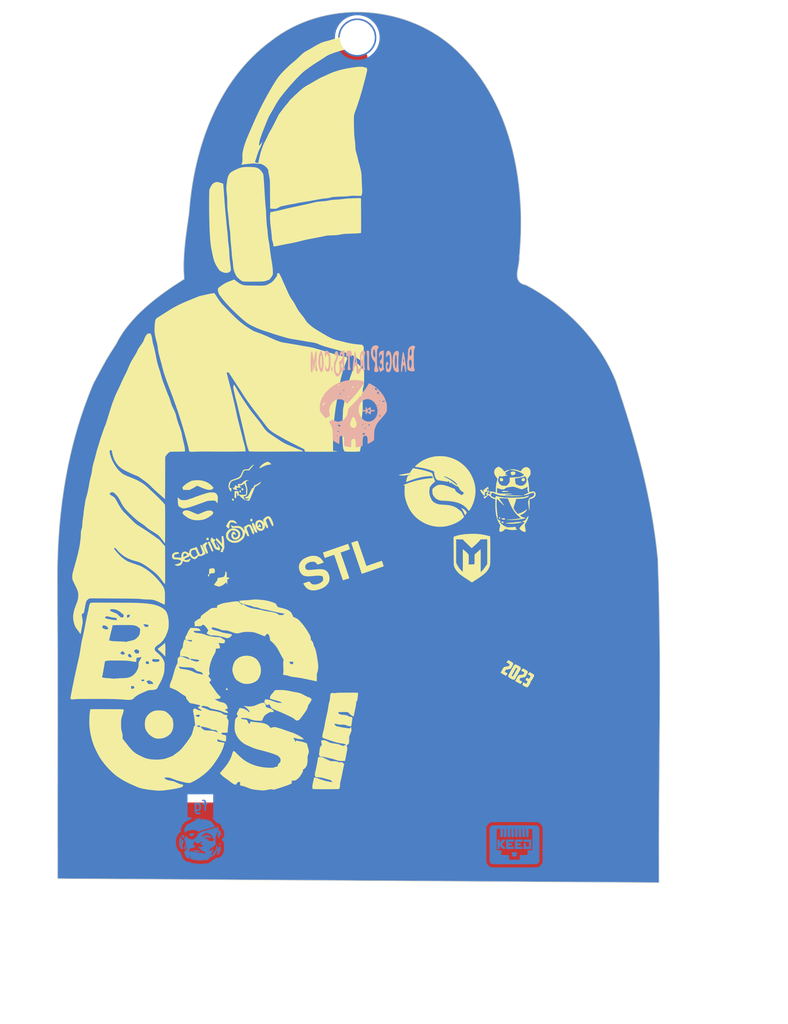
<source format=kicad_pcb>
(kicad_pcb (version 20221018) (generator pcbnew)
  (layers (0 "F.Cu" signal) (31 "B.Cu" signal) (34 "B.Paste" user) (35 "F.Paste" user) (36 "B.SilkS" user "B.Silkscreen") (37 "F.SilkS" user "F.Silkscreen") (38 "B.Mask" user) (39 "F.Mask" user) (44 "Edge.Cuts" user))
  (net 0 "")
  (footprint "BadgePiratesLogos:NG_B.Cu" (layer "F.Cu") (at 158.740876 155.356971)
    (fp_text reference "G***" hide)
    (fp_text value "NG_BSilk_B.Cu" hide)
  )
  (footprint "BadgePiratesLogos:BPSkull_Distressed_B.SILK" (layer "F.Cu") (at 133.49 87.72)
    (fp_text reference "G***" hide)
    (fp_text value "BP Logo" hide)
  )
  (footprint "LOGO" (layer "F.Cu") (at 128.829143 94.62)
    (fp_text reference "G***" hide)
    (fp_text value "LOGO" hide)
  )
  (footprint "BadgePiratesLogos:BadgePiratesURL_B.SLK" (layer "F.Cu") (at 134.96 80.14)
    (fp_text reference "G***" hide)
    (fp_text value "LOGO" hide)
  )
  (footprint "LOGO" (layer "F.Cu") (at 128.829143 94.62)
    (fp_text reference "G***" hide)
    (fp_text value "LOGO" hide)
  )
  (footprint "LOGO" (layer "F.Cu") (at 128.829143 94.62)
    (fp_text reference "G***" hide)
    (fp_text value "LOGO" hide)
  )
  (footprint "LOGO" (layer "F.Cu") (at 128.829143 94.62)
    (fp_text reference "G***" hide)
    (fp_text value "LOGO" hide)
  )
  (footprint "LOGO" (layer "F.Cu") (at 128.829143 94.62)
    (fp_text reference "G***" hide)
    (fp_text value "LOGO" hide)
  )
  (footprint "LOGO" (layer "F.Cu") (at 128.829143 94.62)
    (fp_text reference "G***" hide)
    (fp_text value "LOGO" hide)
  )
  (footprint "BadgePiratesLogos:FG_B.Cu" (layer "F.Cu") (at 109.37862 154.526868)
    (fp_text reference "G***" hide)
    (fp_text value "fg")
  )
  (footprint "BadgePirates:Hole_5.5mm" (layer "F.Cu") (at 134.09 28.54)
    (fp_text reference "REF**" hide)
    (fp_text value "5.5mm")
  )
  (footprint "LOGO" (layer "F.Cu") (at 128.829143 94.62)
    (fp_text reference "G***" hide)
    (fp_text value "LOGO" hide)
  )
  (gr_line (start 159.654143 52.8727) (end 159.535143 51.745) (stroke (width 0.1)) (layer "Edge.Cuts"))
  (gr_line (start 133.018943 24.53707) (end 132.059943 24.60039) (stroke (width 0.1)) (layer "Edge.Cuts"))
  (gr_line (start 107.654343 55.2608) (end 107.575643 56.2173) (stroke (width 0.1)) (layer "Edge.Cuts"))
  (gr_line (start 106.797543 62.6521) (end 106.740043 63.9452) (stroke (width 0.1)) (layer "Edge.Cuts"))
  (gr_line (start 153.575443 34.9929) (end 152.917743 34.0883) (stroke (width 0.1)) (layer "Edge.Cuts"))
  (gr_line (start 159.601143 63.6306) (end 159.626143 63.2978) (stroke (width 0.1)) (layer "Edge.Cuts"))
  (gr_line (start 180.741143 105.2493) (end 180.442143 103.4719) (stroke (width 0.1)) (layer "Edge.Cuts"))
  (gr_line (start 159.381143 66.5662) (end 159.310143 66.2916) (stroke (width 0.1)) (layer "Edge.Cuts"))
  (gr_line (start 146.741443 28.19968) (end 145.922543 27.69073) (stroke (width 0.1)) (layer "Edge.Cuts"))
  (gr_line (start 178.022143 92.927) (end 177.532143 91.1901) (stroke (width 0.1)) (layer "Edge.Cuts"))
  (gr_line (start 100.746343 70.9755) (end 100.044243 71.6216) (stroke (width 0.1)) (layer "Edge.Cuts"))
  (gr_line (start 151.489743 32.3521) (end 150.718343 31.5231) (stroke (width 0.1)) (layer "Edge.Cuts"))
  (gr_line (start 181.530143 113.7961) (end 181.422143 110.6145) (stroke (width 0.1)) (layer "Edge.Cuts"))
  (gr_line (start 181.731143 126.527) (end 181.710143 123.344) (stroke (width 0.1)) (layer "Edge.Cuts"))
  (gr_line (start 95.260043 78.0801) (end 94.598943 79.1629) (stroke (width 0.1)) (layer "Edge.Cuts"))
  (gr_line (start 86.884543 148.943) (end 86.889043 160.92) (stroke (width 0.1)) (layer "Edge.Cuts"))
  (gr_line (start 112.879843 37.6914) (end 112.408143 38.5345) (stroke (width 0.1)) (layer "Edge.Cuts"))
  (gr_line (start 159.856143 56.2644) (end 159.814143 55.1336) (stroke (width 0.1)) (layer "Edge.Cuts"))
  (gr_line (start 103.737143 68.5998) (end 102.970243 69.1633) (stroke (width 0.1)) (layer "Edge.Cuts"))
  (gr_line (start 140.629643 25.42452) (end 139.699543 25.1792) (stroke (width 0.1)) (layer "Edge.Cuts"))
  (gr_line (start 87.187743 105.3268) (end 87.043543 107.2482) (stroke (width 0.1)) (layer "Edge.Cuts"))
  (gr_line (start 92.170843 83.8331) (end 91.812543 84.7262) (stroke (width 0.1)) (layer "Edge.Cuts"))
  (gr_line (start 157.920143 44.0154) (end 157.570143 42.9491) (stroke (width 0.1)) (layer "Edge.Cuts"))
  (gr_line (start 181.614143 161.55) (end 181.599143 155.183) (stroke (width 0.1)) (layer "Edge.Cuts"))
  (gr_line (start 89.951343 90.1874) (end 89.437043 92.0417) (stroke (width 0.1)) (layer "Edge.Cuts"))
  (gr_line (start 86.847543 113.0108) (end 86.890943 124.987) (stroke (width 0.1)) (layer "Edge.Cuts"))
  (gr_line (start 136.859743 24.67265) (end 135.902143 24.58067) (stroke (width 0.1)) (layer "Edge.Cuts"))
  (gr_line (start 145.082743 27.21908) (end 144.223943 26.78484) (stroke (width 0.1)) (layer "Edge.Cuts"))
  (gr_line (start 159.535143 51.745) (end 159.389143 50.6207) (stroke (width 0.1)) (layer "Edge.Cuts"))
  (gr_line (start 134.941643 24.52733) (end 133.980043 24.51276) (stroke (width 0.1)) (layer "Edge.Cuts"))
  (gr_line (start 159.622143 62.9778) (end 159.716143 61.8734) (stroke (width 0.1)) (layer "Edge.Cuts"))
  (gr_line (start 112.408143 38.5345) (end 111.960243 39.392) (stroke (width 0.1)) (layer "Edge.Cuts"))
  (gr_line (start 159.310143 66.2916) (end 159.281143 65.9952) (stroke (width 0.1)) (layer "Edge.Cuts"))
  (gr_line (start 120.527543 29.02903) (end 119.742443 29.6278) (stroke (width 0.1)) (layer "Edge.Cuts"))
  (gr_line (start 125.542843 26.14615) (end 124.659543 26.52595) (stroke (width 0.1)) (layer "Edge.Cuts"))
  (gr_line (start 109.463143 45.7174) (end 109.193343 46.656) (stroke (width 0.1)) (layer "Edge.Cuts"))
  (gr_line (start 87.373643 103.408) (end 87.187743 105.3268) (stroke (width 0.1)) (layer "Edge.Cuts"))
  (gr_line (start 86.890943 124.987) (end 86.894243 136.965) (stroke (width 0.1)) (layer "Edge.Cuts"))
  (gr_line (start 178.936143 96.4187) (end 178.491143 94.6699) (stroke (width 0.1)) (layer "Edge.Cuts"))
  (gr_line (start 119.742443 29.6278) (end 118.985343 30.2521) (stroke (width 0.1)) (layer "Edge.Cuts"))
  (gr_line (start 128.277543 25.24621) (end 127.353543 25.5064) (stroke (width 0.1)) (layer "Edge.Cuts"))
  (gr_line (start 174.285143 81.3788) (end 173.997143 80.7812) (stroke (width 0.1)) (layer "Edge.Cuts"))
  (gr_line (start 159.931143 67.2199) (end 159.799143 67.1315) (stroke (width 0.1)) (layer "Edge.Cuts"))
  (gr_line (start 92.543443 82.9454) (end 92.543443 82.9454) (stroke (width 0.1)) (layer "Edge.Cuts"))
  (gr_line (start 181.005143 107.0323) (end 180.741143 105.2493) (stroke (width 0.1)) (layer "Edge.Cuts"))
  (gr_line (start 171.602143 76.8328) (end 170.805143 75.7837) (stroke (width 0.1)) (layer "Edge.Cuts"))
  (gr_line (start 174.819143 82.5979) (end 174.559143 81.9844) (stroke (width 0.1)) (layer "Edge.Cuts"))
  (gr_line (start 122.116843 27.90649) (end 121.310443 28.44746) (stroke (width 0.1)) (layer "Edge.Cuts"))
  (gr_line (start 91.812543 84.7262) (end 91.137743 86.5279) (stroke (width 0.1)) (layer "Edge.Cuts"))
  (gr_line (start 108.317643 50.461) (end 108.147843 51.4201) (stroke (width 0.1)) (layer "Edge.Cuts"))
  (gr_line (start 97.010443 75.1882) (end 96.527543 75.972) (stroke (width 0.1)) (layer "Edge.Cuts"))
  (gr_line (start 115.012143 34.4806) (end 114.441543 35.2572) (stroke (width 0.1)) (layer "Edge.Cuts"))
  (gr_line (start 87.875543 99.5846) (end 87.602443 101.4934) (stroke (width 0.1)) (layer "Edge.Cuts"))
  (gr_line (start 127.353543 25.5064) (end 126.441443 25.80635) (stroke (width 0.1)) (layer "Edge.Cuts"))
  (gr_line (start 106.824643 66.5361) (end 105.285043 67.5308) (stroke (width 0.1)) (layer "Edge.Cuts"))
  (gr_line (start 149.057343 29.949) (end 148.310543 29.32896) (stroke (width 0.1)) (layer "Edge.Cuts"))
  (gr_line (start 158.527143 46.1824) (end 158.239143 45.0936) (stroke (width 0.1)) (layer "Edge.Cuts"))
  (gr_line (start 164.056143 69.5246) (end 162.951143 68.7968) (stroke (width 0.1)) (layer "Edge.Cuts"))
  (gr_line (start 155.331143 37.8388) (end 154.781143 36.8694) (stroke (width 0.1)) (layer "Edge.Cuts"))
  (gr_line (start 172.707143 78.4735) (end 172.351143 77.9178) (stroke (width 0.1)) (layer "Edge.Cuts"))
  (gr_line (start 159.746143 54.0026) (end 159.654143 52.8727) (stroke (width 0.1)) (layer "Edge.Cuts"))
  (gr_line (start 92.543443 82.9454) (end 92.170843 83.8331) (stroke (width 0.1)) (layer "Edge.Cuts"))
  (gr_line (start 106.733843 64.5924) (end 106.744843 65.24) (stroke (width 0.1)) (layer "Edge.Cuts"))
  (gr_line (start 144.223943 26.78484) (end 143.347543 26.38815) (stroke (width 0.1)) (layer "Edge.Cuts"))
  (gr_line (start 147.538043 28.74579) (end 146.741443 28.19968) (stroke (width 0.1)) (layer "Edge.Cuts"))
  (gr_line (start 152.917743 34.0883) (end 152.222743 33.2076) (stroke (width 0.1)) (layer "Edge.Cuts"))
  (gr_line (start 139.699543 25.1792) (end 138.760143 24.97203) (stroke (width 0.1)) (layer "Edge.Cuts"))
  (gr_line (start 173.379143 79.6106) (end 173.049143 79.0378) (stroke (width 0.1)) (layer "Edge.Cuts"))
  (gr_line (start 173.049143 79.0378) (end 172.707143 78.4735) (stroke (width 0.1)) (layer "Edge.Cuts"))
  (gr_line (start 118.255943 30.9009) (end 117.553943 31.5734) (stroke (width 0.1)) (layer "Edge.Cuts"))
  (gr_line (start 181.671143 120.161) (end 181.612143 116.9783) (stroke (width 0.1)) (layer "Edge.Cuts"))
  (gr_line (start 106.904643 61.3607) (end 106.797543 62.6521) (stroke (width 0.1)) (layer "Edge.Cuts"))
  (gr_line (start 91.137743 86.5279) (end 90.517743 88.3489) (stroke (width 0.1)) (layer "Edge.Cuts"))
  (gr_line (start 158.786143 47.2808) (end 158.527143 46.1824) (stroke (width 0.1)) (layer "Edge.Cuts"))
  (gr_line (start 111.535843 40.2629) (end 111.134643 41.1462) (stroke (width 0.1)) (layer "Edge.Cuts"))
  (gr_line (start 104.510143 68.0558) (end 103.737143 68.5998) (stroke (width 0.1)) (layer "Edge.Cuts"))
  (gr_line (start 159.874143 57.3938) (end 159.856143 56.2644) (stroke (width 0.1)) (layer "Edge.Cuts"))
  (gr_line (start 87.043543 107.2482) (end 86.939643 109.1704) (stroke (width 0.1)) (layer "Edge.Cuts"))
  (gr_line (start 94.598943 79.1629) (end 93.798143 80.5957) (stroke (width 0.1)) (layer "Edge.Cuts"))
  (gr_line (start 159.626143 63.2978) (end 159.622143 62.9778) (stroke (width 0.1)) (layer "Edge.Cuts"))
  (gr_line (start 159.369143 65.0129) (end 159.496143 64.3193) (stroke (width 0.1)) (layer "Edge.Cuts"))
  (gr_line (start 102.213443 69.7468) (end 101.470743 70.3507) (stroke (width 0.1)) (layer "Edge.Cuts"))
  (gr_line (start 107.750543 54.3019) (end 107.654343 55.2608) (stroke (width 0.1)) (layer "Edge.Cuts"))
  (gr_line (start 117.553943 31.5734) (end 116.878843 32.2685) (stroke (width 0.1)) (layer "Edge.Cuts"))
  (gr_line (start 172.351143 77.9178) (end 171.983143 77.3709) (stroke (width 0.1)) (layer "Edge.Cuts"))
  (gr_line (start 106.774543 65.8879) (end 106.824643 66.5361) (stroke (width 0.1)) (layer "Edge.Cuts"))
  (gr_line (start 154.196143 35.9204) (end 153.575443 34.9929) (stroke (width 0.1)) (layer "Edge.Cuts"))
  (gr_line (start 142.455243 26.02911) (end 141.548743 25.70786) (stroke (width 0.1)) (layer "Edge.Cuts"))
  (gr_line (start 110.756143 42.0411) (end 110.400143 42.9466) (stroke (width 0.1)) (layer "Edge.Cuts"))
  (gr_line (start 96.095243 76.7803) (end 95.260043 78.0801) (stroke (width 0.1)) (layer "Edge.Cuts"))
  (gr_line (start 88.973643 93.9103) (end 88.559843 95.7914) (stroke (width 0.1)) (layer "Edge.Cuts"))
  (gr_line (start 157.570143 42.9491) (end 157.188143 41.896) (stroke (width 0.1)) (layer "Edge.Cuts"))
  (gr_line (start 113.375743 36.8635) (end 112.879843 37.6914) (stroke (width 0.1)) (layer "Edge.Cuts"))
  (gr_line (start 107.575643 56.2173) (end 107.216943 58.7842) (stroke (width 0.1)) (layer "Edge.Cuts"))
  (gr_line (start 159.869143 58.5206) (end 159.874143 57.3938) (stroke (width 0.1)) (layer "Edge.Cuts"))
  (gr_line (start 156.774143 40.8572) (end 156.327143 39.8339) (stroke (width 0.1)) (layer "Edge.Cuts"))
  (gr_line (start 159.789143 60.7616) (end 159.840143 59.6436) (stroke (width 0.1)) (layer "Edge.Cuts"))
  (gr_line (start 110.066143 43.8617) (end 109.753943 44.7857) (stroke (width 0.1)) (layer "Edge.Cuts"))
  (gr_line (start 160.656143 67.4755) (end 160.444143 67.4273) (stroke (width 0.1)) (layer "Edge.Cuts"))
  (gr_line (start 93.798143 80.5957) (end 92.543443 82.9454) (stroke (width 0.1)) (layer "Edge.Cuts"))
  (gr_line (start 123.792943 26.94586) (end 122.944843 27.406) (stroke (width 0.1)) (layer "Edge.Cuts"))
  (gr_line (start 132.059943 24.60039) (end 131.104643 24.70284) (stroke (width 0.1)) (layer "Edge.Cuts"))
  (gr_line (start 96.527543 75.972) (end 96.095243 76.7803) (stroke (width 0.1)) (layer "Edge.Cuts"))
  (gr_line (start 122.944843 27.406) (end 122.116843 27.90649) (stroke (width 0.1)) (layer "Edge.Cuts"))
  (gr_line (start 159.684143 67.0342) (end 159.586143 66.9286) (stroke (width 0.1)) (layer "Edge.Cuts"))
  (gr_line (start 159.586143 66.9286) (end 159.503143 66.815) (stroke (width 0.1)) (layer "Edge.Cuts"))
  (gr_line (start 92.543443 82.9454) (end 92.543443 82.9454) (stroke (width 0.1)) (layer "Edge.Cuts"))
  (gr_line (start 181.626143 148.815) (end 181.718143 136.079) (stroke (width 0.1)) (layer "Edge.Cuts"))
  (gr_line (start 159.814143 55.1336) (end 159.746143 54.0026) (stroke (width 0.1)) (layer "Edge.Cuts"))
  (gr_line (start 135.902143 24.58067) (end 134.941643 24.52733) (stroke (width 0.1)) (layer "Edge.Cuts"))
  (gr_line (start 169.075143 73.7969) (end 168.146143 72.8612) (stroke (width 0.1)) (layer "Edge.Cuts"))
  (gr_line (start 173.695143 80.1917) (end 173.379143 79.6106) (stroke (width 0.1)) (layer "Edge.Cuts"))
  (gr_line (start 171.983143 77.3709) (end 171.602143 76.8328) (stroke (width 0.1)) (layer "Edge.Cuts"))
  (gr_line (start 159.216143 49.5011) (end 159.015143 48.3874) (stroke (width 0.1)) (layer "Edge.Cuts"))
  (gr_line (start 149.907743 30.7217) (end 149.057343 29.949) (stroke (width 0.1)) (layer "Edge.Cuts"))
  (gr_line (start 181.422143 110.6145) (end 181.233143 108.8207) (stroke (width 0.1)) (layer "Edge.Cuts"))
  (gr_line (start 107.864643 53.3415) (end 107.750543 54.3019) (stroke (width 0.1)) (layer "Edge.Cuts"))
  (gr_line (start 116.230443 32.9853) (end 115.608343 33.723) (stroke (width 0.1)) (layer "Edge.Cuts"))
  (gr_line (start 89.437043 92.0417) (end 88.973643 93.9103) (stroke (width 0.1)) (layer "Edge.Cuts"))
  (gr_line (start 181.737143 129.711) (end 181.731143 126.527) (stroke (width 0.1)) (layer "Edge.Cuts"))
  (gr_line (start 173.997143 80.7812) (end 173.695143 80.1917) (stroke (width 0.1)) (layer "Edge.Cuts"))
  (gr_line (start 179.355143 98.1734) (end 178.936143 96.4187) (stroke (width 0.1)) (layer "Edge.Cuts"))
  (gr_line (start 133.980043 24.51276) (end 133.018943 24.53707) (stroke (width 0.1)) (layer "Edge.Cuts"))
  (gr_line (start 113.896243 36.0518) (end 113.375743 36.8635) (stroke (width 0.1)) (layer "Edge.Cuts"))
  (gr_line (start 108.944343 47.6006) (end 108.715543 48.5503) (stroke (width 0.1)) (layer "Edge.Cuts"))
  (gr_line (start 159.389143 50.6207) (end 159.216143 49.5011) (stroke (width 0.1)) (layer "Edge.Cuts"))
  (gr_line (start 170.805143 75.7837) (end 169.962143 74.7714) (stroke (width 0.1)) (layer "Edge.Cuts"))
  (gr_line (start 162.951143 68.7968) (end 161.817143 68.1135) (stroke (width 0.1)) (layer "Edge.Cuts"))
  (gr_line (start 141.548743 25.70786) (end 140.629643 25.42452) (stroke (width 0.1)) (layer "Edge.Cuts"))
  (gr_line (start 180.110143 101.7) (end 179.747143 99.9338) (stroke (width 0.1)) (layer "Edge.Cuts"))
  (gr_line (start 159.318143 65.3519) (end 159.369143 65.0129) (stroke (width 0.1)) (layer "Edge.Cuts"))
  (gr_line (start 107.216943 58.7842) (end 107.048643 60.0713) (stroke (width 0.1)) (layer "Edge.Cuts"))
  (gr_line (start 108.715543 48.5503) (end 108.506743 49.504) (stroke (width 0.1)) (layer "Edge.Cuts"))
  (gr_line (start 177.532143 91.1901) (end 177.022143 89.4593) (stroke (width 0.1)) (layer "Edge.Cuts"))
  (gr_line (start 105.285043 67.5308) (end 104.510143 68.0558) (stroke (width 0.1)) (layer "Edge.Cuts"))
  (gr_line (start 110.400143 42.9466) (end 110.066143 43.8617) (stroke (width 0.1)) (layer "Edge.Cuts"))
  (gr_line (start 169.962143 74.7714) (end 169.075143 73.7969) (stroke (width 0.1)) (layer "Edge.Cuts"))
  (gr_line (start 145.922543 27.69073) (end 145.082743 27.21908) (stroke (width 0.1)) (layer "Edge.Cuts"))
  (gr_line (start 111.134643 41.1462) (end 110.756143 42.0411) (stroke (width 0.1)) (layer "Edge.Cuts"))
  (gr_line (start 148.310543 29.32896) (end 147.538043 28.74579) (stroke (width 0.1)) (layer "Edge.Cuts"))
  (gr_line (start 100.044243 71.6216) (end 99.368543 72.2895) (stroke (width 0.1)) (layer "Edge.Cuts"))
  (gr_line (start 114.441543 35.2572) (end 113.896243 36.0518) (stroke (width 0.1)) (layer "Edge.Cuts"))
  (gr_line (start 152.222743 33.2076) (end 151.489743 32.3521) (stroke (width 0.1)) (layer "Edge.Cuts"))
  (gr_line (start 129.211743 25.02563) (end 128.277543 25.24621) (stroke (width 0.1)) (layer "Edge.Cuts"))
  (gr_line (start 175.949143 86.0161) (end 174.819143 82.5979) (stroke (width 0.1)) (layer "Edge.Cuts"))
  (gr_line (start 150.718343 31.5231) (end 149.907743 30.7217) (stroke (width 0.1)) (layer "Edge.Cuts"))
  (gr_line (start 102.970243 69.1633) (end 102.213443 69.7468) (stroke (width 0.1)) (layer "Edge.Cuts"))
  (gr_line (start 156.327143 39.8339) (end 155.846143 38.8274) (stroke (width 0.1)) (layer "Edge.Cuts"))
  (gr_line (start 88.194243 97.6834) (end 87.875543 99.5846) (stroke (width 0.1)) (layer "Edge.Cuts"))
  (gr_line (start 154.781143 36.8694) (end 154.196143 35.9204) (stroke (width 0.1)) (layer "Edge.Cuts"))
  (gr_line (start 159.496143 64.3193) (end 159.601143 63.6306) (stroke (width 0.1)) (layer "Edge.Cuts"))
  (gr_line (start 157.188143 41.896) (end 156.774143 40.8572) (stroke (width 0.1)) (layer "Edge.Cuts"))
  (gr_line (start 155.846143 38.8274) (end 155.331143 37.8388) (stroke (width 0.1)) (layer "Edge.Cuts"))
  (gr_line (start 88.559843 95.7914) (end 88.194243 97.6834) (stroke (width 0.1)) (layer "Edge.Cuts"))
  (gr_line (start 165.131143 70.2959) (end 164.056143 69.5246) (stroke (width 0.1)) (layer "Edge.Cuts"))
  (gr_line (start 176.494143 87.7346) (end 175.949143 86.0161) (stroke (width 0.1)) (layer "Edge.Cuts"))
  (gr_line (start 177.022143 89.4593) (end 176.494143 87.7346) (stroke (width 0.1)) (layer "Edge.Cuts"))
  (gr_line (start 99.368543 72.2895) (end 98.723243 72.9796) (stroke (width 0.1)) (layer "Edge.Cuts"))
  (gr_line (start 159.435143 66.6941) (end 159.381143 66.5662) (stroke (width 0.1)) (layer "Edge.Cuts"))
  (gr_line (start 116.878843 32.2685) (end 116.230443 32.9853) (stroke (width 0.1)) (layer "Edge.Cuts"))
  (gr_line (start 158.239143 45.0936) (end 157.920143 44.0154) (stroke (width 0.1)) (layer "Edge.Cuts"))
  (gr_line (start 159.286143 65.6806) (end 159.318143 65.3519) (stroke (width 0.1)) (layer "Edge.Cuts"))
  (gr_line (start 87.602443 101.4934) (end 87.373643 103.408) (stroke (width 0.1)) (layer "Edge.Cuts"))
  (gr_line (start 180.442143 103.4719) (end 180.110143 101.7) (stroke (width 0.1)) (layer "Edge.Cuts"))
  (gr_line (start 121.310443 28.44746) (end 120.527543 29.02903) (stroke (width 0.1)) (layer "Edge.Cuts"))
  (gr_line (start 101.470743 70.3507) (end 100.746343 70.9755) (stroke (width 0.1)) (layer "Edge.Cuts"))
  (gr_line (start 97.540143 74.4285) (end 97.010443 75.1882) (stroke (width 0.1)) (layer "Edge.Cuts"))
  (gr_line (start 181.612143 116.9783) (end 181.530143 113.7961) (stroke (width 0.1)) (layer "Edge.Cuts"))
  (gr_line (start 160.252143 67.3683) (end 160.082143 67.299) (stroke (width 0.1)) (layer "Edge.Cuts"))
  (gr_line (start 166.172143 71.1097) (end 165.131143 70.2959) (stroke (width 0.1)) (layer "Edge.Cuts"))
  (gr_line (start 159.840143 59.6436) (end 159.869143 58.5206) (stroke (width 0.1)) (layer "Edge.Cuts"))
  (gr_line (start 106.740043 63.9452) (end 106.733843 64.5924) (stroke (width 0.1)) (layer "Edge.Cuts"))
  (gr_line (start 98.723243 72.9796) (end 98.112443 73.6925) (stroke (width 0.1)) (layer "Edge.Cuts"))
  (gr_line (start 98.112443 73.6925) (end 97.540143 74.4285) (stroke (width 0.1)) (layer "Edge.Cuts"))
  (gr_line (start 159.015143 48.3874) (end 158.786143 47.2808) (stroke (width 0.1)) (layer "Edge.Cuts"))
  (gr_line (start 108.147843 51.4201) (end 107.996943 52.3806) (stroke (width 0.1)) (layer "Edge.Cuts"))
  (gr_line (start 137.812943 24.80314) (end 136.859743 24.67265) (stroke (width 0.1)) (layer "Edge.Cuts"))
  (gr_line (start 161.817143 68.1135) (end 160.656143 67.4755) (stroke (width 0.1)) (layer "Edge.Cuts"))
  (gr_line (start 160.444143 67.4273) (end 160.252143 67.3683) (stroke (width 0.1)) (layer "Edge.Cuts"))
  (gr_line (start 86.894243 136.965) (end 86.884543 148.943) (stroke (width 0.1)) (layer "Edge.Cuts"))
  (gr_line (start 109.753943 44.7857) (end 109.463143 45.7174) (stroke (width 0.1)) (layer "Edge.Cuts"))
  (gr_line (start 167.178143 71.9651) (end 166.172143 71.1097) (stroke (width 0.1)) (layer "Edge.Cuts"))
  (gr_line (start 108.506743 49.504) (end 108.317643 50.461) (stroke (width 0.1)) (layer "Edge.Cuts"))
  (gr_line (start 174.559143 81.9844) (end 174.285143 81.3788) (stroke (width 0.1)) (layer "Edge.Cuts"))
  (gr_line (start 126.441443 25.80635) (end 125.542843 26.14615) (stroke (width 0.1)) (layer "Edge.Cuts"))
  (gr_line (start 178.491143 94.6699) (end 178.022143 92.927) (stroke (width 0.1)) (layer "Edge.Cuts"))
  (gr_line (start 138.760143 24.97203) (end 137.812943 24.80314) (stroke (width 0.1)) (layer "Edge.Cuts"))
  (gr_line (start 86.889043 160.92) (end 181.614143 161.55) (stroke (width 0.1)) (layer "Edge.Cuts"))
  (gr_line (start 106.744843 65.24) (end 106.774543 65.8879) (stroke (width 0.1)) (layer "Edge.Cuts"))
  (gr_line (start 159.799143 67.1315) (end 159.684143 67.0342) (stroke (width 0.1)) (layer "Edge.Cuts"))
  (gr_line (start 86.939643 109.1704) (end 86.874743 111.0918) (stroke (width 0.1)) (layer "Edge.Cuts"))
  (gr_line (start 124.659543 26.52595) (end 123.792943 26.94586) (stroke (width 0.1)) (layer "Edge.Cuts"))
  (gr_line (start 107.048643 60.0713) (end 106.904643 61.3607) (stroke (width 0.1)) (layer "Edge.Cuts"))
  (gr_line (start 181.599143 155.183) (end 181.626143 148.815) (stroke (width 0.1)) (layer "Edge.Cuts"))
  (gr_line (start 143.347543 26.38815) (end 142.455243 26.02911) (stroke (width 0.1)) (layer "Edge.Cuts"))
  (gr_line (start 131.104643 24.70284) (end 130.154743 24.84455) (stroke (width 0.1)) (layer "Edge.Cuts"))
  (gr_line (start 179.747143 99.9338) (end 179.355143 98.1734) (stroke (width 0.1)) (layer "Edge.Cuts"))
  (gr_line (start 181.233143 108.8207) (end 181.005143 107.0323) (stroke (width 0.1)) (layer "Edge.Cuts"))
  (gr_line (start 159.281143 65.9952) (end 159.286143 65.6806) (stroke (width 0.1)) (layer "Edge.Cuts"))
  (gr_line (start 160.082143 67.299) (end 159.931143 67.2199) (stroke (width 0.1)) (layer "Edge.Cuts"))
  (gr_line (start 130.154743 24.84455) (end 129.211743 25.02563) (stroke (width 0.1)) (layer "Edge.Cuts"))
  (gr_line (start 181.718143 136.079) (end 181.737143 129.711) (stroke (width 0.1)) (layer "Edge.Cuts"))
  (gr_line (start 90.517743 88.3489) (end 89.951343 90.1874) (stroke (width 0.1)) (layer "Edge.Cuts"))
  (gr_line (start 159.716143 61.8734) (end 159.789143 60.7616) (stroke (width 0.1)) (layer "Edge.Cuts"))
  (gr_line (start 181.710143 123.344) (end 181.671143 120.161) (stroke (width 0.1)) (layer "Edge.Cuts"))
  (gr_line (start 86.874743 111.0918) (end 86.847543 113.0108) (stroke (width 0.1)) (layer "Edge.Cuts"))
  (gr_line (start 159.503143 66.815) (end 159.435143 66.6941) (stroke (width 0.1)) (layer "Edge.Cuts"))
  (gr_line (start 109.193343 46.656) (end 108.944343 47.6006) (stroke (width 0.1)) (layer "Edge.Cuts"))
  (gr_line (start 115.608343 33.723) (end 115.012143 34.4806) (stroke (width 0.1)) (layer "Edge.Cuts"))
  (gr_line (start 118.985343 30.2521) (end 118.255943 30.9009) (stroke (width 0.1)) (layer "Edge.Cuts"))
  (gr_line (start 168.146143 72.8612) (end 167.178143 71.9651) (stroke (width 0.1)) (layer "Edge.Cuts"))
  (gr_line (start 111.960243 39.392) (end 111.535843 40.2629) (stroke (width 0.1)) (layer "Edge.Cuts"))
  (gr_line (start 107.996943 52.3806) (end 107.864643 53.3415) (stroke (width 0.1)) (layer "Edge.Cuts"))
  (zone (net 0) (net_name "") (layer "B.Cu") (connect_pads (clearance 0.508)) (min_thickness 0.25) (fill yes (thermal_gap 0.5) (thermal_bridge_width 0.5) (island_removal_mode 1) (island_area_min 10))
    (polygon (pts (xy 184.02 89.32) (xy 172.11 65.4) (xy 154.94 22.63) (xy 117.33 22.63) (xy 98.37 62.14) (xy 78.78 97.22) (xy 77.83 168.95) (xy 191.28 168.32) (xy 190.65 114.91)))
  )
)
</source>
